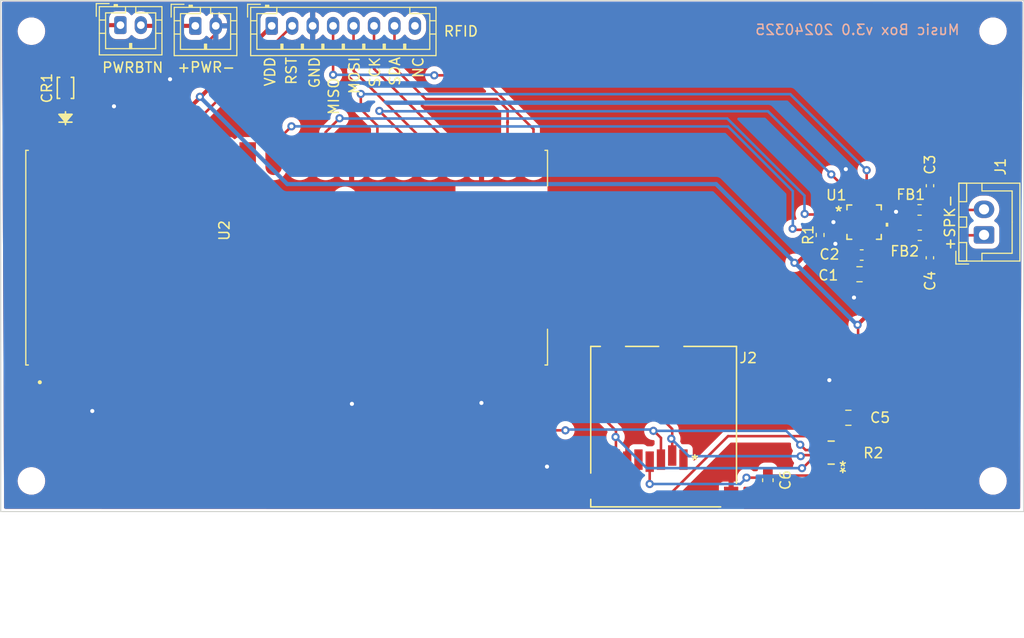
<source format=kicad_pcb>
(kicad_pcb (version 20221018) (generator pcbnew)
  (layers (0 "F.Cu" signal) (31 "B.Cu" signal) (34 "B.Paste" user) (35 "F.Paste" user) (36 "B.SilkS" user "B.Silkscreen") (37 "F.SilkS" user "F.Silkscreen") (38 "B.Mask" user) (39 "F.Mask" user) (44 "Edge.Cuts" user))
  (net 0 "")
  (net 1 "+3.3V")
  (net 2 "GND")
  (net 3 "Net-(J1-Pin_2)")
  (net 4 "Net-(J1-Pin_1)")
  (net 5 "Net-(U2-VSYS)")
  (net 6 "+5V")
  (net 7 "Net-(U1-OUTN)")
  (net 8 "Net-(U1-OUTP)")
  (net 10 "/SD_CS")
  (net 11 "/SD_MOSI")
  (net 12 "/SD_CLK")
  (net 13 "/SD_MISO")
  (net 17 "Net-(J3-Pin_1)")
  (net 18 "/RFID_RST")
  (net 19 "/RFID_MISO")
  (net 20 "/RFID_MOSI")
  (net 21 "/RFID_SCK")
  (net 22 "/RFID_SDA")
  (net 24 "/AMP_SD")
  (net 25 "/AMP_DIN")
  (net 31 "/AMP_LRC")
  (net 32 "/AMP_BCLK")
  (net 57 "unconnected-(U2-USB_SHIELD-PadA)")
  (footprint "MountingHole:MountingHole_2.2mm_M2_DIN965" (layer "F.Cu") (at 197 103)
    (fp_text reference "H3" hide)
    (fp_text value "MountingHole" hide)
  )
  (footprint "Capacitor_SMD:C_0603_1608Metric" (layer "F.Cu") (at 174.99 146.93 90)
    (fp_text reference "C6")
    (fp_text value "0.1uf" hide)
  )
  (footprint "Capacitor_SMD:C_0805_2012Metric" (layer "F.Cu") (at 183.95 126.78 180)
    (fp_text reference "C1")
    (fp_text value "10uf" hide)
  )
  (footprint "resistor_array:EXBN8V_PAN" (layer "F.Cu") (at 181.18 144.23 180)
    (fp_text reference "R2")
    (fp_text value "47k" hide)
  )
  (footprint "Inductor_SMD:L_0603_1608Metric" (layer "F.Cu") (at 189.8225 120.49)
    (fp_text reference "FB1")
    (fp_text value "\nMMZ1608B121CTDH5" hide)
  )
  (footprint "Connector_JST:JST_XH_B2B-XH-A_1x02_P2.50mm_Vertical" (layer "F.Cu") (at 196.12 122.93 90)
    (fp_text reference "J1")
    (fp_text value "SPEAKER" hide)
  )
  (footprint "pico-w:MODULE_SC0918" (layer "F.Cu") (at 127.95 125.1575 90)
    (fp_text reference "U2")
    (fp_text value "SC0918" hide)
  )
  (footprint "MountingHole:MountingHole_2.2mm_M2_DIN965" (layer "F.Cu") (at 103 147)
    (fp_text reference "H2" hide)
    (fp_text value "MountingHole" hide)
  )
  (footprint "Resistor_SMD:R_0402_1005Metric" (layer "F.Cu") (at 180.1 122.94 90)
    (fp_text reference "R1")
    (fp_text value "649k" hide)
  )
  (footprint "shottky:SOD323F_NEX" (layer "F.Cu") (at 106.33 108.54765 90)
    (fp_text reference "CR1")
    (fp_text value "PMEG2005AEA" hide)
  )
  (footprint "i2s-amp:21-0136I_T1633-4_MXM" (layer "F.Cu") (at 184.4 121.6822)
    (fp_text reference "U1")
    (fp_text value "MAX98357AETE+T" hide)
  )
  (footprint "Capacitor_SMD:C_0603_1608Metric" (layer "F.Cu") (at 184.165 124.9 180)
    (fp_text reference "C2")
    (fp_text value "0.1uf" hide)
  )
  (footprint "Capacitor_SMD:C_0402_1005Metric" (layer "F.Cu") (at 190.83 125.17 -90)
    (fp_text reference "C4")
    (fp_text value "220pf" hide)
  )
  (footprint "Capacitor_SMD:C_0805_2012Metric" (layer "F.Cu") (at 182.86 140.82)
    (fp_text reference "C5")
    (fp_text value "10uf" hide)
  )
  (footprint "MountingHole:MountingHole_2.2mm_M2_DIN965" (layer "F.Cu") (at 197 147)
    (fp_text reference "H4" hide)
    (fp_text value "MountingHole" hide)
  )
  (footprint "Connector_JST:JST_PH_B2B-PH-K_1x02_P2.00mm_Vertical" (layer "F.Cu") (at 119.02 102.48)
    (fp_text reference "J3" hide)
    (fp_text value "PWR" hide)
  )
  (footprint "Connector_JST:JST_PH_B2B-PH-K_1x02_P2.00mm_Vertical" (layer "F.Cu") (at 111.7 102.41)
    (fp_text reference "J4" hide)
    (fp_text value "BTN_PWR" hide)
  )
  (footprint "Inductor_SMD:L_0603_1608Metric" (layer "F.Cu") (at 189.8425 122.97)
    (fp_text reference "FB2")
    (fp_text value "\nMMZ1608B121CTDH5" hide)
  )
  (footprint "MountingHole:MountingHole_2.2mm_M2_DIN965" (layer "F.Cu") (at 103 103)
    (fp_text reference "H1" hide)
    (fp_text value "MountingHole" hide)
  )
  (footprint "Connector_JST:JST_PH_B8B-PH-K_1x08_P2.00mm_Vertical" (layer "F.Cu") (at 126.49 102.48)
    (fp_text reference "J5" hide)
    (fp_text value "RFID" hide)
  )
  (footprint "Capacitor_SMD:C_0402_1005Metric" (layer "F.Cu") (at 190.84 118.12 -90)
    (fp_text reference "C3")
    (fp_text value "220pf" hide)
  )
  (footprint "sd-holder:MEM2061-01-188-00-A_GCT" (layer "F.Cu") (at 164.800002 141.688401)
    (fp_text reference "J2")
    (fp_text value "MEM2061-01-188-00-A" hide)
  )
  (gr_rect (start 100 100) (end 200 150) (stroke (width 0.1)) (fill none) (layer "Edge.Cuts"))
  (gr_text "Music Box v3.0 20240325" (at 193.82 103.45) (layer "B.SilkS") (effects (font (size 1 1)) (justify left bottom mirror)))
  (gr_text "SDA" (at 139.12 108.435238 90) (layer "F.SilkS") (effects (font (size 1 1)) (justify left bottom)))
  (gr_text "SCK" (at 137.16 108.578095 90) (layer "F.SilkS") (effects (font (size 1 1)) (justify left bottom)))
  (gr_text "NC" (at 141.4 107.673333 90) (layer "F.SilkS") (effects (font (size 1 1)) (justify left bottom)))
  (gr_text "VDD" (at 126.91 108.482857 90) (layer "F.SilkS") (effects (font (size 1 1)) (justify left bottom)))
  (gr_text "PWRBTN" (at 109.83 107.15) (layer "F.SilkS") (effects (font (size 1 1)) (justify left bottom)))
  (gr_text "+PWR-" (at 117.18 107.12) (layer "F.SilkS") (effects (font (size 1 1)) (justify left bottom)))
  (gr_text "+SPK-" (at 193.37 124.53 90) (layer "F.SilkS") (effects (font (size 1 1)) (justify left bottom)))
  (gr_text "MISO" (at 133.14 111.28 90) (layer "F.SilkS") (effects (font (size 1 1)) (justify left bottom)))
  (gr_text "MOSI" (at 135.16 109.244761 90) (layer "F.SilkS") (effects (font (size 1 1)) (justify left bottom)))
  (gr_text "RST" (at 129 108.34 90) (layer "F.SilkS") (effects (font (size 1 1)) (justify left bottom)))
  (gr_text "RFID" (at 143.22 103.6) (layer "F.SilkS") (effects (font (size 1 1)) (justify left bottom)))
  (gr_text "GND" (at 131.26 108.673333 90) (layer "F.SilkS") (effects (font (size 1 1)) (justify left bottom)))
  (segment (start 163.440002 145.116802) (end 163.440002 147.299998) (width 0.25) (layer "F.Cu") (net 1))
  (segment (start 184.65 123.75) (end 184.84 123.94) (width 0.25) (layer "F.Cu") (net 1))
  (segment (start 181.896699 143.479999) (end 182.960001 143.479999) (width 0.25) (layer "F.Cu") (net 1))
  (segment (start 177.59 125.66) (end 177.89 125.66) (width 0.4) (layer "F.Cu") (net 1))
  (segment (start 175.31 146.475) (end 182.835 146.475) (width 0.25) (layer "F.Cu") (net 1))
  (segment (start 183.7 143.75) (end 183.665 143.715) (width 0.25) (layer "F.Cu") (net 1))
  (segment (start 172.9 146.68) (end 174.465 146.68) (width 0.25) (layer "F.Cu") (net 1))
  (segment (start 182.46 143.98) (end 183.445 142.995) (width 0.25) (layer "F.Cu") (net 1))
  (segment (start 181.896699 143.98) (end 182.46 143.98) (width 0.25) (layer "F.Cu") (net 1))
  (segment (start 113.98 114.99) (end 119.47 109.5) (width 0.4) (layer "F.Cu") (net 1))
  (segment (start 184.84 123.94) (end 185.150001 123.629999) (width 0.25) (layer "F.Cu") (net 1))
  (segment (start 119.47 109.42) (end 119.55 109.42) (width 0.4) (layer "F.Cu") (net 1))
  (segment (start 182.9 144.48) (end 183.195 144.185) (width 0.25) (layer "F.Cu") (net 1))
  (segment (start 183.7 145.61) (end 183.7 143.75) (width 0.25) (layer "F.Cu") (net 1))
  (segment (start 183.81 143.57) (end 183.81 142.63) (width 0.25) (layer "F.Cu") (net 1))
  (segment (start 184.94 124.04) (end 184.84 123.94) (width 0.25) (layer "F.Cu") (net 1))
  (segment (start 181.896699 144.48) (end 182.9 144.48) (width 0.25) (layer "F.Cu") (net 1))
  (segment (start 119.55 109.42) (end 126.49 102.48) (width 0.4) (layer "F.Cu") (net 1))
  (segment (start 183.81 131.78) (end 183.76 131.73) (width 0.25) (layer "F.Cu") (net 1))
  (segment (start 174.465 146.68) (end 174.99 146.155) (width 0.25) (layer "F.Cu") (net 1))
  (segment (start 183.445 142.995) (end 183.81 142.63) (width 0.25) (layer "F.Cu") (net 1))
  (segment (start 184.9 124.94) (end 184.94 124.9) (width 0.25) (layer "F.Cu") (net 1))
  (segment (start 163.440002 147.350002) (end 163.47 147.38) (width 0.25) (layer "F.Cu") (net 1))
  (segment (start 184.9 126.78) (end 184.9 130.59) (width 0.4) (layer "F.Cu") (net 1))
  (segment (start 182.835 146.475) (end 183.7 145.61) (width 0.25) (layer "F.Cu") (net 1))
  (segment (start 163.44 147.3) (end 163.440002 147.300002) (width 0.25) (layer "F.Cu") (net 1))
  (segment (start 185.150001 123.629999) (end 185.150001 123.13) (width 0.25) (layer "F.Cu") (net 1))
  (segment (start 184.9 130.59) (end 183.76 131.73) (width 0.4) (layer "F.Cu") (net 1))
  (segment (start 183.81 140.82) (end 183.81 131.78) (width 0.25) (layer "F.Cu") (net 1))
  (segment (start 181.896699 144.980001) (end 182.399999 144.980001) (width 0.25) (layer "F.Cu") (net 1))
  (segment (start 182.960001 143.479999) (end 183.06 143.38) (width 0.25) (layer "F.Cu") (net 1))
  (segment (start 184.65 123.13) (end 184.65 123.75) (width 0.25) (layer "F.Cu") (net 1))
  (segment (start 183.81 142.63) (end 183.81 140.82) (width 0.25) (layer "F.Cu") (net 1))
  (segment (start 183.195 144.185) (end 183.665 143.715) (width 0.25) (layer "F.Cu") (net 1))
  (segment (start 184.94 124.9) (end 184.94 124.04) (width 0.25) (layer "F.Cu") (net 1))
  (segment (start 113.98 115.4675) (end 113.98 114.99) (width 0.4) (layer "F.Cu") (net 1))
  (segment (start 177.89 125.66) (end 180.1 123.45) (width 0.4) (layer "F.Cu") (net 1))
  (segment (start 163.440002 147.299998) (end 163.44 147.3) (width 0.25) (layer "F.Cu") (net 1))
  (segment (start 183.665 143.715) (end 183.81 143.57) (width 0.25) (layer "F.Cu") (net 1))
  (segment (start 119.47 109.5) (end 119.47 109.42) (width 0.4) (layer "F.Cu") (net 1))
  (segment (start 163.440002 147.300002) (end 163.440002 147.350002) (width 0.25) (layer "F.Cu") (net 1))
  (segment (start 183.06 143.38) (end 183.445 142.995) (width 0.25) (layer "F.Cu") (net 1))
  (segment (start 174.99 146.155) (end 175.31 146.475) (width 0.25) (layer "F.Cu") (net 1))
  (segment (start 184.9 126.78) (end 184.9 124.94) (width 0.25) (layer "F.Cu") (net 1))
  (segment (start 182.399999 144.980001) (end 183.195 144.185) (width 0.25) (layer "F.Cu") (net 1))
  (via (at 177.59 125.66) (size 0.8) (drill 0.4) (layers "F.Cu" "B.Cu") (net 1))
  (via (at 119.47 109.42) (size 0.8) (drill 0.4) (layers "F.Cu" "B.Cu") (net 1))
  (via (at 172.9 146.68) (size 0.8) (drill 0.4) (layers "F.Cu" "B.Cu") (net 1))
  (via (at 183.76 131.73) (size 0.8) (drill 0.4) (layers "F.Cu" "B.Cu") (net 1))
  (via (at 163.44 147.3) (size 0.8) (drill 0.4) (layers "F.Cu" "B.Cu") (net 1))
  (segment (start 169.9275 117.9575) (end 172.93 120.96) (width 0.4) (layer "B.Cu") (net 1))
  (segment (start 183.76 131.79) (end 183.78 131.81) (width 0.4) (layer "B.Cu") (net 1))
  (segment (start 163.44 147.3) (end 172.3 147.3) (width 0.25) (layer "B.Cu") (net 1))
  (segment (start 183.7 131.73) (end 183.76 131.73) (width 0.4) (layer "B.Cu") (net 1))
  (segment (start 172.3 147.3) (end 172.9 146.7) (width 0.25) (layer "B.Cu") (net 1))
  (segment (start 128.0075 117.9575) (end 169.9275 117.9575) (width 0.4) (layer "B.Cu") (net 1))
  (segment (start 177.63 125.66) (end 183.7 131.73) (width 0.4) (layer "B.Cu") (net 1))
  (segment (start 172.94 120.97) (end 177.59 125.62) (width 0.4) (layer "B.Cu") (net 1))
  (segment (start 177.59 125.66) (end 177.63 125.66) (width 0.4) (layer "B.Cu") (net 1))
  (segment (start 183.76 131.73) (end 183.76 131.79) (width 0.4) (layer "B.Cu") (net 1))
  (segment (start 172.93 120.96) (end 172.93 120.97) (width 0.4) (layer "B.Cu") (net 1))
  (segment (start 172.93 120.97) (end 172.94 120.97) (width 0.4) (layer "B.Cu") (net 1))
  (segment (start 119.47 109.42) (end 128.0075 117.9575) (width 0.4) (layer "B.Cu") (net 1))
  (segment (start 172.9 146.68) (end 172.92 146.68) (width 0.25) (layer "B.Cu") (net 1))
  (segment (start 177.59 125.62) (end 177.59 125.66) (width 0.4) (layer "B.Cu") (net 1))
  (segment (start 172.9 146.7) (end 172.9 146.68) (width 0.25) (layer "B.Cu") (net 1))
  (segment (start 172.92 146.68) (end 172.87 146.73) (width 0.25) (layer "B.Cu") (net 1))
  (segment (start 108.9 112.47) (end 111.02 110.35) (width 0.25) (layer "F.Cu") (net 2))
  (segment (start 186.6978 121.4322) (end 187.46 120.67) (width 0.25) (layer "F.Cu") (net 2))
  (segment (start 181.91 140.82) (end 181.91 138.09) (width 0.25) (layer "F.Cu") (net 2))
  (segment (start 116.55 107.72) (end 116.56 107.71) (width 0.25) (layer "F.Cu") (net 2))
  (segment (start 134.33 139.46) (end 134.3 139.49) (width 0.25) (layer "F.Cu") (net 2))
  (segment (start 116.57 107.7) (end 116.55 107.7) (width 0.25) (layer "F.Cu") (net 2))
  (segment (start 183.39 124.9) (end 182.68 124.9) (width 0.4) (layer "F.Cu") (net 2))
  (segment (start 184.4 121.6822) (end 184.15 121.4322) (width 0.25) (layer "F.Cu") (net 2))
  (segment (start 108.9 140.04) (end 108.95 140.09) (width 0.25) (layer "F.Cu") (net 2))
  (segment (start 146.99 139.37) (end 146.95 139.37) (width 0.25) (layer "F.Cu") (net 2))
  (segment (start 181.91 138.09) (end 181 137.18) (width 0.25) (layer "F.Cu") (net 2))
  (segment (start 181 137.18) (end 181 137.14) (width 0.25) (layer "F.Cu") (net 2))
  (segment (start 187.46 120.67) (end 187.52 120.67) (width 0.25) (layer "F.Cu") (net 2))
  (segment (start 181.39 121.68) (end 181.41 121.7) (width 0.25) (layer "F.Cu") (net 2))
  (segment (start 181.4 121.69) (end 181.4 121.68) (width 0.25) (layer "F.Cu") (net 2))
  (segment (start 184.15 120.2344) (end 184.15 118.04) (width 0.25) (layer "F.Cu") (net 2))
  (segment (start 183.44 129.06) (end 183.36 128.98) (width 0.4) (layer "F.Cu") (net 2))
  (segment (start 121.02 103.25) (end 116.57 107.7) (width 0.25) (layer "F.Cu") (net 2))
  (segment (start 181 137.14) (end 180.96 137.14) (width 0.25) (layer "F.Cu") (net 2))
  (segment (start 147 139.32) (end 146.99 139.33) (width 0.25) (layer "F.Cu") (net 2))
  (segment (start 146.95 139.37) (end 146.94 139.38) (width 0.25) (layer "F.Cu") (net 2))
  (segment (start 108.9 134.8475) (end 108.9 140.04) (width 0.25) (layer "F.Cu") (net 2))
  (segment (start 187.52 120.61) (end 187.41 120.72) (width 0.25) (layer "F.Cu") (net 2))
  (segment (start 184.4 121.6822) (end 184.65 121.4322) (width 0.25) (layer "F.Cu") (net 2))
  (segment (start 183 126.78) (end 183 128.62) (width 0.4) (layer "F.Cu") (net 2))
  (segment (start 183.41 129.03) (end 183.41 129.06) (width 0.4) (layer "F.Cu") (net 2))
  (segment (start 181.6422 121.9322) (end 181.4 121.69) (width 0.25) (layer "F.Cu") (net 2))
  (segment (start 111.07 110.35) (end 111.07 110.3) (width 0.25) (layer "F.Cu") (net 2))
  (segment (start 181.59 123.81) (end 181.59 123.8) (width 0.4) (layer "F.Cu") (net 2))
  (segment (start 116.55 107.7) (end 116.55 107.72) (width 0.25) (layer "F.Cu") (net 2))
  (segment (start 181.58 123.8) (end 181.61 123.83) (width 0.4) (layer "F.Cu") (net 2))
  (segment (start 161.240002 145.116802) (end 161.240002 145.713702) (width 0.25) (layer "F.Cu") (net 2))
  (segment (start 109.02 140.16) (end 109.05 140.19) (width 0.25) (layer "F.Cu") (net 2))
  (segment (start 184.15 121.4322) (end 184.15 120.2344) (width 0.25) (layer "F.Cu") (net 2))
  (segment (start 180.96 137.14) (end 180.96 137.14) (width 0.25) (layer "F.Cu") (net 2))
  (segment (start 134.3 139.49) (end 134.3 139.52) (width 0.25) (layer "F.Cu") (net 2))
  (segment (start 184.15 121.9322) (end 184.4 121.6822) (width 0.25) (layer "F.Cu") (net 2))
  (segment (start 184.65 121.4322) (end 185.8478 121.4322) (width 0.25) (layer "F.Cu") (net 2))
  (segment (start 183.41 129.06) (end 183.44 129.06) (width 0.4) (layer "F.Cu") (net 2))
  (segment (start 185.8478 121.4322) (end 186.6978 121.4322) (width 0.25) (layer "F.Cu") (net 2))
  (segment (start 121.02 102.48) (end 121.02 103.25) (width 0.25) (layer "F.Cu") (net 2))
  (segment (start 146.99 139.33) (end 146.99 139.37) (width 0.25) (layer "F.Cu") (net 2))
  (segment (start 134.3 139.43) (end 134.33 139.46) (width 0.25) (layer "F.Cu") (net 2))
  (segment (start 111.02 110.35) (end 111.07 110.35) (width 0.25) (layer "F.Cu") (net 2))
  (segment (start 147 134.8475) (end 147 139.32) (width 0.25) (layer "F.Cu") (net 2))
  (segment (start 111.07 110.3) (end 111.03 110.34) (width 0.25) (layer "F.Cu") (net 2))
  (segment (start 181.4 121.68) (end 181.39 121.68) (width 0.25) (layer "F.Cu") (net 2))
  (segment (start 108.95 140.16) (end 109.02 140.16) (width 0.25) (layer "F.Cu") (net 2))
  (segment (start 108.9 115.4675) (end 108.9 112.47) (width 0.25) (layer "F.Cu") (net 2))
  (segment (start 134.3 134.8475) (end 134.3 139.43) (width 0.25) (layer "F.Cu") (net 2))
  (segment (start 184.15 118.04) (end 182.61 116.5) (width 0.25) (layer "F.Cu") (net 2))
  (segment (start 182.61 116.5) (end 182.65 116.54) (width 0.25) (layer "F.Cu") (net 2))
  (segment (start 182.9522 121.9322) (end 181.6422 121.9322) (width 0.25) (layer "F.Cu") (net 2))
  (segment (start 181.59 123.8) (end 181.58 123.8) (width 0.4) (layer "F.Cu") (net 2))
  (segment (start 134.3 139.52) (end 134.4 139.62) (width 0.25) (layer "F.Cu") (net 2))
  (segment (start 183 128.62) (end 183.41 129.03) (width 0.4) (layer "F.Cu") (net 2))
  (segment (start 159.436902 147.516802) (end 158.250002 147.516802) (width 0.25) (layer "F.Cu") (net 2))
  (segment (start 187.52 120.67) (end 187.52 120.61) (width 0.25) (layer "F.Cu") (net 2))
  (segment (start 182.9522 121.9322) (end 184.15 121.9322) (width 0.25) (layer "F.Cu") (net 2))
  (segment (start 108.95 140.09) (end 108.95 140.16) (width 0.25) (layer "F.Cu") (net 2))
  (segment (start 161.240002 145.713702) (end 159.436902 147.516802) (width 0.25) (layer "F.Cu") (net 2))
  (segment (start 182.68 124.9) (end 181.59 123.81) (width 0.4) (layer "F.Cu") (net 2))
  (via (at 183.41 129.06) (size 0.8) (drill 0.4) (layers "F.Cu" "B.Cu") (net 2))
  (via (at 181 137.14) (size 0.8) (drill 0.4) (layers "F.Cu" "B.Cu") (net 2))
  (via (at 146.99 139.37) (size 0.8) (drill 0.4) (layers "F.Cu" "B.Cu") (net 2))
  (via (at 116.55 107.7) (size 0.8) (drill 0.4) (layers "F.Cu" "B.Cu") (net 2))
  (via (at 181.59 123.8) (size 0.8) (drill 0.4) (layers "F.Cu" "B.Cu") (net 2))
  (via (at 108.95 140.16) (size 0.8) (drill 0.4) (layers "F.Cu" "B.Cu") (net 2))
  (via (at 181.4 121.68) (size 0.8) (drill 0.4) (layers "F.Cu" "B.Cu") (net 2))
  (via (at 182.61 116.5) (size 0.8) (drill 0.4) (layers "F.Cu" "B.Cu") (net 2))
  (via (at 134.33 139.46) (size 0.8) (drill 0.4) (layers "F.Cu" "B.Cu") (net 2))
  (via (at 153.4 145.6) (size 0.8) (drill 0.4) (layers "F.Cu" "B.Cu") (net 2))
  (via (at 187.52 120.67) (size 0.8) (drill 0.4) (layers "F.Cu" "B.Cu") (net 2))
  (via (at 111.07 110.35) (size 0.8) (drill 0.4) (layers "F.Cu" "B.Cu") (net 2))
  (segment (start 190.61 120.49) (end 196.06 120.49) (width 0.25) (layer "F.Cu") (net 3))
  (segment (start 196.06 120.49) (end 196.12 120.43) (width 0.25) (layer "F.Cu") (net 3))
  (segment (start 190.84 118.6) (end 190.84 120.26) (width 0.25) (layer "F.Cu") (net 3))
  (segment (start 190.84 120.26) (end 190.61 120.49) (width 0.25) (layer "F.Cu") (net 3))
  (segment (start 196.08 122.97) (end 196.12 122.93) (width 0.25) (layer "F.Cu") (net 4))
  (segment (start 190.63 122.97) (end 190.63 124.49) (width 0.25) (layer "F.Cu") (net 4))
  (segment (start 190.63 124.49) (end 190.83 124.69) (width 0.25) (layer "F.Cu") (net 4))
  (segment (start 190.63 122.97) (end 196.08 122.97) (width 0.25) (layer "F.Cu") (net 4))
  (segment (start 106.36 109.6) (end 106.33 109.57) (width 0.4) (layer "F.Cu") (net 5))
  (segment (start 106.36 115.4675) (end 106.36 109.6) (width 0.4) (layer "F.Cu") (net 5))
  (segment (start 106.33 105.78) (end 106.33 107.5253) (width 0.4) (layer "F.Cu") (net 6))
  (segment (start 109.7 102.41) (end 106.33 105.78) (width 0.4) (layer "F.Cu") (net 6))
  (segment (start 111.7 102.41) (end 109.7 102.41) (width 0.4) (layer "F.Cu") (net 6))
  (segment (start 187.5928 121.9322) (end 185.8478 121.9322) (width 0.25) (layer "F.Cu") (net 7))
  (segment (start 189.035 120.49) (end 187.5928 121.9322) (width 0.25) (layer "F.Cu") (net 7))
  (segment (start 189.055 122.97) (end 186.385599 122.97) (width 0.25) (layer "F.Cu") (net 8))
  (segment (start 186.385599 122.97) (end 185.8478 122.432201) (width 0.25) (layer "F.Cu") (net 8))
  (segment (start 178.2 144.58) (end 178.2 144.63) (width 0.25) (layer "F.Cu") (net 10))
  (segment (start 165.639929 142.780071) (end 165.55 142.87) (width 0.25) (layer "F.Cu") (net 10))
  (segment (start 165.639929 142.959929) (end 165.639929 144.516803) (width 0.25) (layer "F.Cu") (net 10))
  (segment (start 144.46 134.8475) (end 144.46 137.865305) (width 0.25) (layer "F.Cu") (net 10))
  (segment (start 146.689695 140.095) (end 163.805 140.095) (width 0.25) (layer "F.Cu") (net 10))
  (segment (start 178.35 144.48) (end 178.25 144.58) (width 0.25) (layer "F.Cu") (net 10))
  (segment (start 163.81 140.09) (end 165.639929 141.919929) (width 0.25) (layer "F.Cu") (net 10))
  (segment (start 165.639929 141.919929) (end 165.639929 142.780071) (width 0.25) (layer "F.Cu") (net 10))
  (segment (start 163.805 140.095) (end 163.81 140.09) (width 0.25) (layer "F.Cu") (net 10))
  (segment (start 178.25 144.58) (end 178.2 144.58) (width 0.25) (layer "F.Cu") (net 10))
  (segment (start 165.55 142.87) (end 165.639929 142.959929) (width 0.25) (layer "F.Cu") (net 10))
  (segment (start 144.46 137.865305) (end 146.689695 140.095) (width 0.25) (layer "F.Cu") (net 10))
  (segment (start 180.463301 144.48) (end 178.35 144.48) (width 0.25) (layer "F.Cu") (net 10))
  (segment (start 178.2 144.63) (end 178.25 144.58) (width 0.25) (layer "F.Cu") (net 10))
  (via (at 165.55 142.87) (size 0.8) (drill 0.4) (layers "F.Cu" "B.Cu") (net 10))
  (via (at 178.2 144.58) (size 0.8) (drill 0.4) (layers "F.Cu" "B.Cu") (net 10))
  (segment (start 178.2 144.58) (end 167.26 144.58) (width 0.25) (layer "B.Cu") (net 10))
  (segment (start 167.26 144.58) (end 165.55 142.87) (width 0.25) (layer "B.Cu") (net 10))
  (segment (start 178.68 143.98) (end 178.16 143.46) (width 0.25) (layer "F.Cu") (net 11))
  (segment (start 139.38 134.8475) (end 139.38 136.4525) (width 0.25) (layer "F.Cu") (net 11))
  (segment (start 155.2 142.05) (end 155.3 142.05) (width 0.25) (layer "F.Cu") (net 11))
  (segment (start 180.463301 143.98) (end 178.68 143.98) (width 0.25) (layer "F.Cu") (net 11))
  (segment (start 164.540003 142.790003) (end 163.85 142.1) (width 0.25) (layer "F.Cu") (net 11))
  (segment (start 178.16 143.46) (end 178.15 143.46) (width 0.25) (layer "F.Cu") (net 11))
  (segment (start 178.15 143.46) (end 178.15 143.45) (width 0.25) (layer "F.Cu") (net 11))
  (segment (start 139.38 136.4525) (end 144.9775 142.05) (width 0.25) (layer "F.Cu") (net 11))
  (segment (start 163.8 142.05) (end 163.85 142.1) (width 0.25) (layer "F.Cu") (net 11))
  (segment (start 144.9775 142.05) (end 155.2 142.05) (width 0.25) (layer "F.Cu") (net 11))
  (segment (start 178.15 143.45) (end 178.16 143.46) (width 0.25) (layer "F.Cu") (net 11))
  (segment (start 163.8 142.1) (end 163.8 142.05) (width 0.25) (layer "F.Cu") (net 11))
  (segment (start 164.540003 144.916802) (end 164.540003 142.790003) (width 0.25) (layer "F.Cu") (net 11))
  (segment (start 163.85 142.1) (end 163.8 142.1) (width 0.25) (layer "F.Cu") (net 11))
  (via (at 155.2 142.05) (size 0.8) (drill 0.4) (layers "F.Cu" "B.Cu") (net 11))
  (via (at 178.15 143.46) (size 0.8) (drill 0.4) (layers "F.Cu" "B.Cu") (net 11))
  (via (at 163.8 142.1) (size 0.8) (drill 0.4) (layers "F.Cu" "B.Cu") (net 11))
  (segment (start 155.2 142.05) (end 155.275 141.975) (width 0.25) (layer "B.Cu") (net 11))
  (segment (start 176.79 142.1) (end 178.15 143.46) (width 0.25) (layer "B.Cu") (net 11))
  (segment (start 155.275 141.975) (end 163.675 141.975) (width 0.25) (layer "B.Cu") (net 11))
  (segment (start 163.8 142.1) (end 176.79 142.1) (width 0.25) (layer "B.Cu") (net 11))
  (segment (start 163.675 141.975) (end 163.8 142.1) (width 0.25) (layer "B.Cu") (net 11))
  (segment (start 136.84 134.8475) (end 136.84 136.4525) (width 0.25) (layer "F.Cu") (net 12))
  (segment (start 149.181802 148.794302) (end 159.715802 148.794302) (width 0.25) (layer "F.Cu") (net 12))
  (segment (start 179.629999 143.479999) (end 178.83 142.68) (width 0.25) (layer "F.Cu") (net 12))
  (segment (start 161.16 147.37) (end 161.16 147.350104) (width 0.25) (layer "F.Cu") (net 12))
  (segment (start 162.340002 144.916802) (end 162.340002 144.319902) (width 0.25) (layer "F.Cu") (net 12))
  (segment (start 160.080052 148.430052) (end 161.140104 147.37) (width 0.25) (layer "F.Cu") (net 12))
  (segment (start 178.83 142.68) (end 178.8 142.68) (width 0.25) (layer "F.Cu") (net 12))
  (segment (start 171.096505 142.62) (end 178.77 142.62) (width 0.25) (layer "F.Cu") (net 12))
  (segment (start 178.8 142.68) (end 178.8 142.65) (width 0.25) (layer "F.Cu") (net 12))
  (segment (start 136.84 136.4525) (end 149.181802 148.794302) (width 0.25) (layer "F.Cu") (net 12))
  (segment (start 159.715802 148.794302) (end 160.080052 148.430052) (width 0.25) (layer "F.Cu") (net 12))
  (segment (start 162.340002 146.170102) (end 162.340002 144.916802) (width 0.25) (layer "F.Cu") (net 12))
  (segment (start 161.140104 147.37) (end 161.16 147.37) (width 0.25) (layer "F.Cu") (net 12))
  (segment (start 165.286453 148.430052) (end 171.096505 142.62) (width 0.25) (layer "F.Cu") (net 12))
  (segment (start 161.16 147.350104) (end 162.340002 146.170102) (width 0.25) (layer "F.Cu") (net 12))
  (segment (start 180.463301 143.479999) (end 179.629999 143.479999) (width 0.25) (layer "F.Cu") (net 12))
  (segment (start 160.080052 148.430052) (end 165.286453 148.430052) (width 0.25) (layer "F.Cu") (net 12))
  (segment (start 178.8 142.65) (end 178.77 142.62) (width 0.25) (layer "F.Cu") (net 12))
  (segment (start 158.65 140.6) (end 160.140001 142.090001) (width 0.25) (layer "F.Cu") (net 13))
  (segment (start 180.463301 144.980001) (end 179.169999 144.980001) (width 0.25) (layer "F.Cu") (net 13))
  (segment (start 160.140001 142.740001) (end 160.140001 144.916802) (width 0.25) (layer "F.Cu") (net 13))
  (segment (start 141.92 134.8475) (end 141.92 136.4525) (width 0.25) (layer "F.Cu") (net 13))
  (segment (start 178.4 145.75) (end 178.33 145.75) (width 0.25) (layer "F.Cu") (net 13))
  (segment (start 178.33 145.82) (end 178.36 145.79) (width 0.25) (layer "F.Cu") (net 13))
  (segment (start 141.92 136.41) (end 141.92 134.8475) (width 0.25) (layer "F.Cu") (net 13))
  (segment (start 160.140001 142.659999) (end 160.1 142.7) (width 0.25) (layer "F.Cu") (net 13))
  (segment (start 179.169999 144.980001) (end 178.4 145.75) (width 0.25) (layer "F.Cu") (net 13))
  (segment (start 160.1 142.7) (end 160.140001 142.740001) (width 0.25) (layer "F.Cu") (net 13))
  (segment (start 141.92 136.4525) (end 146.0675 140.6) (width 0.25) (layer "F.Cu") (net 13))
  (segment (start 160.140001 142.090001) (end 160.140001 142.659999) (width 0.25) (layer "F.Cu") (net 13))
  (segment (start 146.0675 140.6) (end 158.65 140.6) (width 0.25) (layer "F.Cu") (net 13))
  (segment (start 178.33 145.75) (end 178.33 145.82) (width 0.25) (layer "F.Cu") (net 13))
  (via (at 160.1 142.7) (size 0.8) (drill 0.4) (layers "F.Cu" "B.Cu") (net 13))
  (via (at 178.33 145.75) (size 0.8) (drill 0.4) (layers "F.Cu" "B.Cu") (net 13))
  (segment (start 178.33 145.75) (end 163.15 145.75) (width 0.25) (layer "B.Cu") (net 13))
  (segment (start 163.15 145.75) (end 160.1 142.7) (width 0.25) (layer "B.Cu") (net 13))
  (segment (start 113.77 102.48) (end 113.7 102.41) (width 0.4) (layer "F.Cu") (net 17))
  (segment (start 119.02 102.48) (end 113.77 102.48) (width 0.4) (layer "F.Cu") (net 17))
  (segment (start 119.06 115.4675) (end 119.06 111.91) (width 0.25) (layer "F.Cu") (net 18))
  (segment (start 119.06 111.91) (end 128.49 102.48) (width 0.25) (layer "F.Cu") (net 18))
  (segment (start 152.08 115.4675) (end 152.08 112.583604) (width 0.25) (layer "F.Cu") (net 19))
  (segment (start 132.49 107.27) (end 132.49 107.32) (width 0.25) (layer "F.Cu") (net 19))
  (segment (start 132.49 102.48) (end 132.49 107.27) (width 0.25) (layer "F.Cu") (net 19))
  (segment (start 152.08 112.583604) (end 146.816396 107.32) (width 0.25) (layer "F.Cu") (net 19))
  (segment (start 132.49 107.32) (end 132.51 107.34) (width 0.25) (layer "F.Cu") (net 19))
  (segment (start 146.816396 107.32) (end 142.38 107.32) (width 0.25) (layer "F.Cu") (net 19))
  (segment (start 142.38 107.32) (end 142.4 107.32) (width 0.25) (layer "F.Cu") (net 19))
  (via (at 132.49 107.27) (size 0.8) (drill 0.4) (layers "F.Cu" "B.Cu") (net 19))
  (via (at 142.38 107.32) (size 0.8) (drill 0.4) (layers "F.Cu" "B.Cu") (net 19))
  (segment (start 132.49 107.27) (end 142.33 107.27) (width 0.25) (layer "B.Cu") (net 19))
  (segment (start 142.33 107.27) (end 142.38 107.32) (width 0.25) (layer "B.Cu") (net 19))
  (segment (start 134.49 106.87) (end 134.49 102.48) (width 0.25) (layer "F.Cu") (net 20))
  (segment (start 141.92 114.3) (end 134.49 106.87) (width 0.25) (layer "F.Cu") (net 20))
  (segment (start 141.92 115.4675) (end 141.92 114.3) (width 0.25) (layer "F.Cu") (net 20))
  (segment (start 136.49 106.68) (end 136.49 102.48) (width 0.25) (layer "F.Cu") (net 21))
  (segment (start 144.46 115.4675) (end 144.46 114.65) (width 0.25) (layer "F.Cu") (net 21))
  (segment (start 144.46 114.65) (end 136.49 106.68) (width 0.25) (layer "F.Cu") (net 21))
  (segment (start 138.49 102.48) (end 138.49 106.57) (width 0.25) (layer "F.Cu") (net 22))
  (segment (start 148.5 109.64) (end 149.55 110.69) (width 0.25) (layer "F.Cu") (net 22))
  (segment (start 149.55 110.69) (end 149.55 111.94) (width 0.25) (layer "F.Cu") (net 22))
  (segment (start 141.54 109.64) (end 148.5 109.64) (width 0.25) (layer "F.Cu") (net 22))
  (segment (start 149.54 111.8) (end 149.54 111.95) (width 0.25) (layer "F.Cu") (net 22))
  (segment (start 138.49 106.57) (end 138.48 106.58) (width 0.25) (layer "F.Cu") (net 22))
  (segment (start 149.54 111.95) (end 149.54 115.4675) (width 0.25) (layer "F.Cu") (net 22))
  (segment (start 149.55 111.94) (end 149.54 111.95) (width 0.25) (layer "F.Cu") (net 22))
  (segment (start 138.48 106.58) (end 141.54 109.64) (width 0.25) (layer "F.Cu") (net 22))
  (segment (start 177.51 122.43) (end 180.1 122.43) (width 0.25) (layer "F.Cu") (net 24))
  (segment (start 126.68 114.05) (end 128.42 112.31) (width 0.25) (layer "F.Cu") (net 24))
  (segment (start 182.949999 122.43) (end 182.9522 122.432201) (width 0.25) (layer "F.Cu") (net 24))
  (segment (start 126.68 115.4675) (end 126.68 114.05) (width 0.25) (layer "F.Cu") (net 24))
  (segment (start 180.1 122.43) (end 182.949999 122.43) (width 0.25) (layer "F.Cu") (net 24))
  (segment (start 177.41 122.33) (end 177.51 122.43) (width 0.25) (layer "F.Cu") (net 24))
  (via (at 128.42 112.31) (size 0.8) (drill 0.4) (layers "F.Cu" "B.Cu") (net 24))
  (via (at 177.41 122.33) (size 0.8) (drill 0.4) (layers "F.Cu" "B.Cu") (net 24))
  (segment (start 177.41 122.33) (end 177.43 122.35) (width 0.25) (layer "B.Cu") (net 24))
  (segment (start 177.43 122.31) (end 177.41 122.33) (width 0.25) (layer "B.Cu") (net 24))
  (segment (start 171.1 112.32) (end 177.43 118.65) (width 0.25) (layer "B.Cu") (net 24))
  (segment (start 128.42 112.31) (end 128.44 112.31) (width 0.25) (layer "B.Cu") (net 24))
  (segment (start 138.19 112.32) (end 138.18 112.31) (width 0.25) (layer "B.Cu") (net 24))
  (segment (start 177.43 118.65) (end 177.43 122.31) (width 0.25) (layer "B.Cu") (net 24))
  (segment (start 138.18 112.31) (end 128.42 112.31) (width 0.25) (layer "B.Cu") (net 24))
  (segment (start 177.43 122.35) (end 177.43 122.42) (width 0.25) (layer "B.Cu") (net 24))
  (segment (start 138.19 112.32) (end 171.1 112.32) (width 0.25) (layer "B.Cu") (net 24))
  (segment (start 131.76 115.4675) (end 131.76 112.88) (width 0.25) (layer "F.Cu") (net 25))
  (segment (start 178.59 120.88) (end 178.642199 120.932199) (width 0.25) (layer "F.Cu") (net 25))
  (segment (start 131.76 112.88) (end 133.12 111.52) (width 0.25) (layer "F.Cu") (net 25))
  (segment (start 178.642199 120.932199) (end 182.9522 120.932199) (width 0.25) (layer "F.Cu") (net 25))
  (via (at 178.59 120.88) (size 0.8) (drill 0.4) (layers "F.Cu" "B.Cu") (net 25))
  (via (at 133.12 111.52) (size 0.8) (drill 0.4) (layers "F.Cu" "B.Cu") (net 25))
  (segment (start 133.12 111.52) (end 133.095 111.545) (width 0.25) (layer "B.Cu") (net 25))
  (segment (start 133.145 111.545) (end 133.12 111.52) (width 0.25) (layer "B.Cu") (net 25))
  (segment (start 178.57 120.9) (end 178.57 120.93) (width 0.25) (layer "B.Cu") (net 25))
  (segment (start 171.025 111.545) (end 133.145 111.545) (width 0.25) (layer "B.Cu") (net 25))
  (segment (start 178.57 119.09) (end 171.025 111.545) (width 0.25) (layer "B.Cu") (net 25))
  (segment (start 178.59 120.88) (end 178.57 120.86) (width 0.25) (layer "B.Cu") (net 25))
  (segment (start 133.025 111.545) (end 133.02 111.54) (width 0.25) (layer "B.Cu") (net 25))
  (segment (start 133.095 111.545) (end 133.025 111.545) (width 0.25) (layer "B.Cu") (net 25))
  (segment (start 178.57 120.86) (end 178.57 119.09) (width 0.25) (layer "B.Cu") (net 25))
  (segment (start 178.59 120.88) (end 178.57 120.9) (width 0.25) (layer "B.Cu") (net 25))
  (segment (start 136.84 115.4675) (end 136.84 113.8625) (width 0.25) (layer "F.Cu") (net 31))
  (segment (start 136.84 113.8625) (end 136.82 113.8425) (width 0.25) (layer "F.Cu") (net 31))
  (segment (start 135.2 110.63) (end 135.2 109.14) (width 0.25) (layer "F.Cu") (net 31))
  (segment (start 136.82 113.8425) (end 136.82 112.25) (width 0.25) (layer "F.Cu") (net 31))
  (segment (start 136.82 112.25) (end 135.2 110.63) (width 0.25) (layer "F.Cu") (net 31))
  (segment (start 184.65 120.2344) (end 184.65 116.6) (width 0.25) (layer "F.Cu") (net 31))
  (via (at 184.65 116.6) (size 0.8) (drill 0.4) (layers "F.Cu" "B.Cu") (net 31))
  (via (at 135.2 109.14) (size 0.8) (drill 0.4) (layers "F.Cu" "B.Cu") (net 31))
  (segment (start 184.65 116.63) (end 184.62 116.6) (width 0.25) (layer "B.Cu") (net 31))
  (segment (start 177.18 109.16) (end 135.22 109.16) (width 0.25) (layer "B.Cu") (net 31))
  (segment (start 135.22 109.16) (end 135.2 109.14) (width 0.25) (layer "B.Cu") (net 31))
  (segment (start 184.62 116.6) (end 177.18 109.16) (width 0.25) (layer "B.Cu") (net 31))
  (segment (start 135.2 109.14) (end 135.18 109.16) (width 0.25) (layer "B.Cu") (net 31))
  (segment (start 184.65 116.6) (end 184.65 116.63) (width 0.25) (layer "B.Cu") (net 31))
  (segment (start 184.62 116.6) (end 184.65 116.6) (width 0.25) (layer "B.Cu") (net 31))
  (segment (start 135.18 109.16) (end 134.95 109.16) (width 0.25) (layer "B.Cu") (net 31))
  (segment (start 183.649999 120.2344) (end 183.649999 119.469999) (width 0.25) (layer "F.Cu") (net 32))
  (segment (start 139.38 115.4675) (end 139.38 113.17) (width 0.25) (layer "F.Cu") (net 32))
  (segment (start 183.649999 119.469999) (end 181.19 117.01) (width 0.25) (layer "F.Cu") (net 32))
  (segment (start 139.38 113.17) (end 137.01 110.8) (width 0.25) (layer "F.Cu") (net 32))
  (via (at 181.19 117.01) (size 0.8) (drill 0.4) (layers "F.Cu" "B.Cu") (net 32))
  (via (at 137.01 110.8) (size 0.8) (drill 0.4) (layers "F.Cu" "B.Cu") (net 32))
  (segment (start 174.995 110.835) (end 181.17 117.01) (width 0.25) (layer "B.Cu") (net 32))
  (segment (start 181.19 117.01) (end 181.19 117.03) (width 0.25) (layer "B.Cu") (net 32))
  (segment (start 181.19 117.03) (end 181.19 117.03) (width 0.25) (layer "B.Cu") (net 32))
  (segment (start 181.17 117.01) (end 181.19 117.01) (width 0.25) (layer "B.Cu") (net 32))
  (segment (start 137.045 110.835) (end 174.995 110.835) (width 0.25) (layer "B.Cu") (net 32))
  (segment (start 136.975 110.835) (end 137.01 110.8) (width 0.25) (layer "B.Cu") (net 32))
  (segment (start 137.01 110.8) (end 137.045 110.835) (width 0.25) (layer "B.Cu") (net 32))
  (segment (start 106.68 122.4325) (end 106.98 122.7325) (width 0.25) (layer "F.Cu") (net 57))
  (segment (start 108.025 123.7775) (end 108.025 126.5375) (width 0.25) (layer "F.Cu") (net 57))
  (segment (start 104.25 127.5825) (end 103.95 127.8825) (width 0.25) (layer "F.Cu") (net 57))
  (segment (start 103.95 122.4325) (end 106.68 122.4325) (width 0.25) (layer "F.Cu") (net 57))
  (segment (start 106.98 122.7325) (end 108.025 123.7775) (width 0.25) (layer "F.Cu") (net 57))
  (segment (start 108.025 126.5375) (end 106.98 127.5825) (width 0.25) (layer "F.Cu") (net 57))
  (segment (start 106.98 127.5825) (end 104.25 127.5825) (width 0.25) (layer "F.Cu") (net 57))
  (zone (net 2) (net_name "GND") (layers "F&B.Cu") (connect_pads (clearance 0.5)) (min_thickness 0.25) (fill yes (thermal_gap 0.5) (thermal_bridge_width 0.5))
    (polygon (pts (xy 100.12 100.11) (xy 199.88 100.1) (xy 199.65 149.75) (xy 100.33 149.73)))
  )
)
</source>
